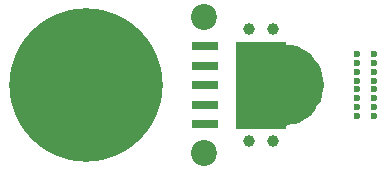
<source format=gbr>
%TF.GenerationSoftware,KiCad,Pcbnew,(5.1.10)-1*%
%TF.CreationDate,2021-10-06T18:23:09-05:00*%
%TF.ProjectId,Flex_02,466c6578-5f30-4322-9e6b-696361645f70,rev?*%
%TF.SameCoordinates,Original*%
%TF.FileFunction,Soldermask,Top*%
%TF.FilePolarity,Negative*%
%FSLAX46Y46*%
G04 Gerber Fmt 4.6, Leading zero omitted, Abs format (unit mm)*
G04 Created by KiCad (PCBNEW (5.1.10)-1) date 2021-10-06 18:23:09*
%MOMM*%
%LPD*%
G01*
G04 APERTURE LIST*
%ADD10C,3.500000*%
%ADD11C,0.100000*%
%ADD12C,13.000000*%
%ADD13C,2.200000*%
%ADD14C,1.000000*%
%ADD15C,0.600000*%
%ADD16R,2.200000X0.800000*%
G04 APERTURE END LIST*
D10*
X160978100Y-106132180D02*
G75*
G03*
X160978100Y-106132180I-1750000J0D01*
G01*
D11*
G36*
X159398100Y-109782180D02*
G01*
X155298100Y-109782180D01*
X155298100Y-102462180D01*
X159398100Y-102462180D01*
X159398100Y-109782180D01*
G37*
X159398100Y-109782180D02*
X155298100Y-109782180D01*
X155298100Y-102462180D01*
X159398100Y-102462180D01*
X159398100Y-109782180D01*
D12*
%TO.C,REF\u002A\u002A*%
X142568100Y-106142180D03*
D13*
X152568100Y-111892180D03*
X152568100Y-100392180D03*
D14*
X158368100Y-110892180D03*
X158368100Y-101392180D03*
D15*
X165518100Y-108767180D03*
X165518100Y-108017180D03*
X165518100Y-107267180D03*
X165518100Y-106517180D03*
X165518100Y-105767180D03*
X165518100Y-105017180D03*
X165518100Y-104267180D03*
X165518100Y-103517180D03*
X166918100Y-108767180D03*
X166918100Y-108017180D03*
X166918100Y-107267180D03*
X166918100Y-106517180D03*
X166918100Y-105767180D03*
X166918100Y-105017180D03*
X166918100Y-104267180D03*
X166918100Y-103517180D03*
D14*
X156368100Y-110892180D03*
X156368100Y-101392180D03*
D16*
X152668100Y-109442180D03*
X152668100Y-107792180D03*
X152668100Y-106142180D03*
X152668100Y-104492180D03*
X152668100Y-102842180D03*
%TD*%
M02*

</source>
